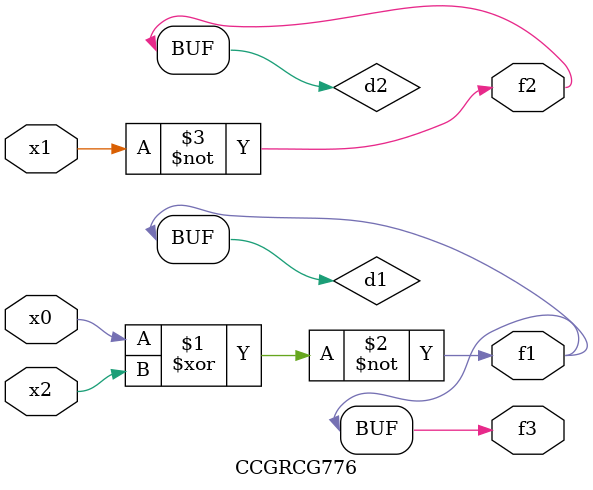
<source format=v>
module CCGRCG776(
	input x0, x1, x2,
	output f1, f2, f3
);

	wire d1, d2, d3;

	xnor (d1, x0, x2);
	nand (d2, x1);
	nor (d3, x1, x2);
	assign f1 = d1;
	assign f2 = d2;
	assign f3 = d1;
endmodule

</source>
